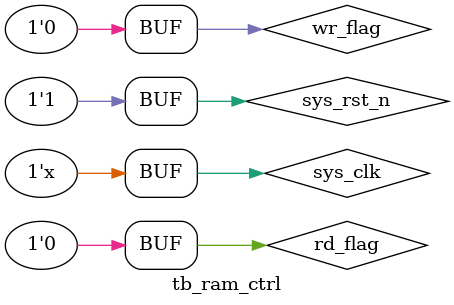
<source format=v>
`timescale 1ns/1ns

module  tb_ram_ctrl();

//input
reg     sys_clk     ;
reg     sys_rst_n   ;
reg     wr_flag     ;
reg     rd_flag     ;

//output
wire            wr_en   ;
wire    [7:0]   addr    ;
wire    [7:0]   wr_data ;
wire            rd_en   ;

wire    [7:0]   data_out;

initial
    begin
        sys_clk = 1'b1;
        sys_rst_n <= 1'b0;
        wr_flag <= 1'b0;
        rd_flag <= 1'b0;
        #20
        sys_rst_n <= 1'b1;
        #1000
//rd_flag
        rd_flag <= 1'b1;
        #20
        rd_flag <= 1'b0;
        #60000
//wr_flag
        wr_flag <= 1'b1;
        #20
        wr_flag <= 1'b0;
        #6000
//rd_flag
        rd_flag <= 1'b1;
        #20
        rd_flag <= 1'b0;
        #60000
//rd_flag
        rd_flag <= 1'b1;
        #20
        rd_flag <= 1'b0;
    end

always #10 sys_clk = ~sys_clk;

defparam    ram_ctrl_inst.CNT_MAX = 10;

ram_ctrl    ram_ctrl_inst
(
    .sys_clk    (sys_clk  ),
    .sys_rst_n  (sys_rst_n),
    .wr_flag    (wr_flag  ),
    .rd_flag    (rd_flag  ),

    .wr_en      (wr_en    ),
    .addr       (addr     ),
    .wr_data    (wr_data  ),
    .rd_en      (rd_en    )
);

ram_8x256_one   ram_8x256_one_inst
(
    .aclr       (~sys_rst_n),
    .address    (addr),
    .clock      (sys_clk),
    .data       (wr_data),
    .rden       (rd_en),
    .wren       (wr_en),
    .q          (data_out)
);

endmodule

</source>
